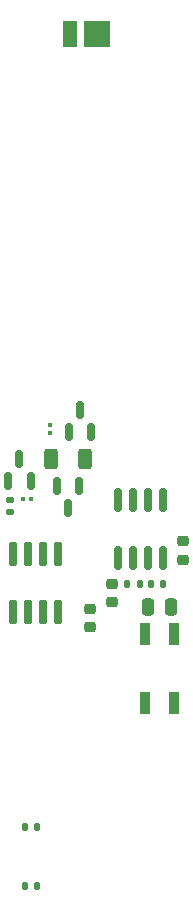
<source format=gtp>
G04 #@! TF.GenerationSoftware,KiCad,Pcbnew,7.0.7*
G04 #@! TF.CreationDate,2024-01-05T06:13:14+01:00*
G04 #@! TF.ProjectId,microscope,6d696372-6f73-4636-9f70-652e6b696361,rev?*
G04 #@! TF.SameCoordinates,Original*
G04 #@! TF.FileFunction,Paste,Top*
G04 #@! TF.FilePolarity,Positive*
%FSLAX46Y46*%
G04 Gerber Fmt 4.6, Leading zero omitted, Abs format (unit mm)*
G04 Created by KiCad (PCBNEW 7.0.7) date 2024-01-05 06:13:14*
%MOMM*%
%LPD*%
G01*
G04 APERTURE LIST*
G04 Aperture macros list*
%AMRoundRect*
0 Rectangle with rounded corners*
0 $1 Rounding radius*
0 $2 $3 $4 $5 $6 $7 $8 $9 X,Y pos of 4 corners*
0 Add a 4 corners polygon primitive as box body*
4,1,4,$2,$3,$4,$5,$6,$7,$8,$9,$2,$3,0*
0 Add four circle primitives for the rounded corners*
1,1,$1+$1,$2,$3*
1,1,$1+$1,$4,$5*
1,1,$1+$1,$6,$7*
1,1,$1+$1,$8,$9*
0 Add four rect primitives between the rounded corners*
20,1,$1+$1,$2,$3,$4,$5,0*
20,1,$1+$1,$4,$5,$6,$7,0*
20,1,$1+$1,$6,$7,$8,$9,0*
20,1,$1+$1,$8,$9,$2,$3,0*%
G04 Aperture macros list end*
%ADD10RoundRect,0.079500X-0.100500X0.079500X-0.100500X-0.079500X0.100500X-0.079500X0.100500X0.079500X0*%
%ADD11RoundRect,0.250000X0.312500X0.625000X-0.312500X0.625000X-0.312500X-0.625000X0.312500X-0.625000X0*%
%ADD12R,2.200000X2.200000*%
%ADD13R,1.250000X2.200000*%
%ADD14RoundRect,0.250000X0.250000X0.475000X-0.250000X0.475000X-0.250000X-0.475000X0.250000X-0.475000X0*%
%ADD15RoundRect,0.135000X0.135000X0.185000X-0.135000X0.185000X-0.135000X-0.185000X0.135000X-0.185000X0*%
%ADD16RoundRect,0.225000X0.250000X-0.225000X0.250000X0.225000X-0.250000X0.225000X-0.250000X-0.225000X0*%
%ADD17RoundRect,0.079500X0.079500X0.100500X-0.079500X0.100500X-0.079500X-0.100500X0.079500X-0.100500X0*%
%ADD18RoundRect,0.091000X-0.364000X0.864000X-0.364000X-0.864000X0.364000X-0.864000X0.364000X0.864000X0*%
%ADD19RoundRect,0.150000X-0.150000X0.825000X-0.150000X-0.825000X0.150000X-0.825000X0.150000X0.825000X0*%
%ADD20RoundRect,0.042000X0.258000X-0.943000X0.258000X0.943000X-0.258000X0.943000X-0.258000X-0.943000X0*%
%ADD21RoundRect,0.135000X-0.185000X0.135000X-0.185000X-0.135000X0.185000X-0.135000X0.185000X0.135000X0*%
%ADD22RoundRect,0.150000X0.150000X-0.587500X0.150000X0.587500X-0.150000X0.587500X-0.150000X-0.587500X0*%
%ADD23RoundRect,0.135000X-0.135000X-0.185000X0.135000X-0.185000X0.135000X0.185000X-0.135000X0.185000X0*%
%ADD24RoundRect,0.150000X-0.150000X0.587500X-0.150000X-0.587500X0.150000X-0.587500X0.150000X0.587500X0*%
G04 APERTURE END LIST*
D10*
X128040000Y-98897500D03*
X128040000Y-99587500D03*
D11*
X131002500Y-101762500D03*
X128077500Y-101762500D03*
D12*
X132000000Y-65800000D03*
D13*
X129725000Y-65800000D03*
D14*
X138250000Y-114282500D03*
X136350000Y-114282500D03*
D15*
X126907631Y-137946208D03*
X125887631Y-137946208D03*
X137600000Y-112300000D03*
X136580000Y-112300000D03*
D16*
X131400000Y-115975000D03*
X131400000Y-114425000D03*
D17*
X126452500Y-105100000D03*
X125762500Y-105100000D03*
D16*
X133290000Y-113875000D03*
X133290000Y-112325000D03*
D18*
X138550000Y-116600000D03*
X136100000Y-116600000D03*
X136100000Y-122400000D03*
X138550000Y-122400000D03*
D15*
X135600000Y-112300000D03*
X134580000Y-112300000D03*
D19*
X137595000Y-105225000D03*
X136325000Y-105225000D03*
X135055000Y-105225000D03*
X133785000Y-105225000D03*
X133785000Y-110175000D03*
X135055000Y-110175000D03*
X136325000Y-110175000D03*
X137595000Y-110175000D03*
D20*
X124922500Y-114740000D03*
X126192500Y-114740000D03*
X127462500Y-114740000D03*
X128732500Y-114740000D03*
X128732500Y-109800000D03*
X127462500Y-109800000D03*
X126192500Y-109800000D03*
X124922500Y-109800000D03*
D21*
X124627500Y-105190000D03*
X124627500Y-106210000D03*
D22*
X129590000Y-99500000D03*
X131490000Y-99500000D03*
X130540000Y-97625000D03*
D23*
X125887631Y-132946208D03*
X126907631Y-132946208D03*
D16*
X139315000Y-110275000D03*
X139315000Y-108725000D03*
D22*
X124477500Y-103637500D03*
X126377500Y-103637500D03*
X125427500Y-101762500D03*
D24*
X130490000Y-104025000D03*
X128590000Y-104025000D03*
X129540000Y-105900000D03*
M02*

</source>
